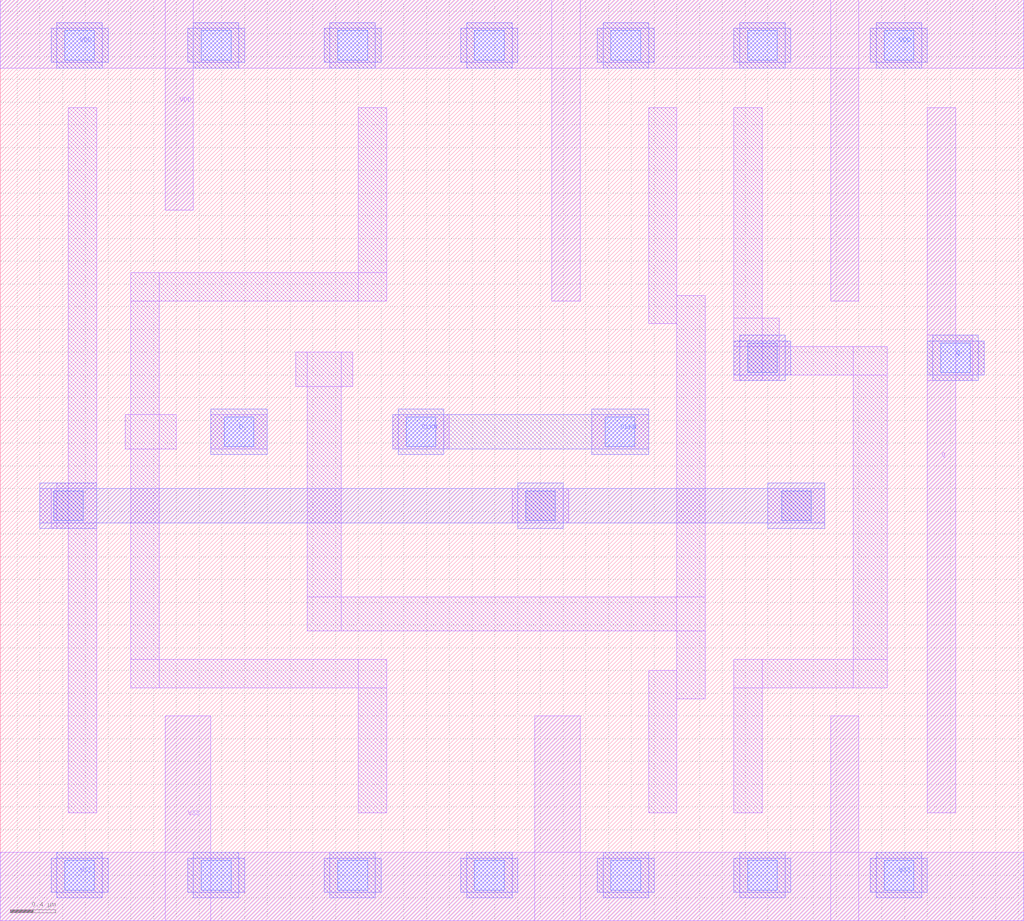
<source format=lef>
VERSION 5.7 ;
BUSBITCHARS "[]" ;
DIVIDERCHAR "/" ;

MACRO gf180mcu_osu_sc_12T_dlatn_1
  CLASS CORE ;
  ORIGIN 7.75 0 ;
  FOREIGN gf180mcu_osu_sc_12T_dlatn_1 -7.75 0 ;
  SIZE 9 BY 8.1 ;
  SYMMETRY X Y ;
  SITE 12T ;
  PIN CLKN
    DIRECTION INPUT ;
    USE CLOCK ;
    PORT
      LAYER MET1 ;
        RECT -2.55 4.15 -2.05 4.45 ;
        RECT -4.3 4.15 -3.8 4.45 ;
      LAYER MET2 ;
        RECT -2.55 4.1 -2.05 4.5 ;
        RECT -4.3 4.15 -2.05 4.45 ;
        RECT -4.25 4.1 -3.85 4.5 ;
      LAYER VIA12 ;
        RECT -4.18 4.17 -3.92 4.43 ;
        RECT -2.43 4.17 -2.17 4.43 ;
    END
  END CLKN
  PIN D
    DIRECTION INPUT ;
    USE SIGNAL ;
    PORT
      LAYER MET1 ;
        RECT -5.9 4.15 -5.4 4.45 ;
      LAYER MET2 ;
        RECT -5.9 4.1 -5.4 4.5 ;
      LAYER VIA12 ;
        RECT -5.78 4.17 -5.52 4.43 ;
    END
  END D
  PIN Q
    DIRECTION OUTPUT ;
    USE SIGNAL ;
    PORT
      LAYER MET1 ;
        RECT 0.4 4.8 0.9 5.1 ;
        RECT 0.4 4.75 0.8 5.15 ;
        RECT 0.4 0.95 0.65 7.15 ;
      LAYER MET2 ;
        RECT 0.4 4.8 0.9 5.1 ;
        RECT 0.45 4.75 0.85 5.15 ;
      LAYER VIA12 ;
        RECT 0.52 4.82 0.78 5.08 ;
    END
  END Q
  PIN VDD
    DIRECTION INOUT ;
    USE POWER ;
    SHAPE ABUTMENT ;
    PORT
      LAYER MET1 ;
        RECT -7.75 7.5 1.25 8.1 ;
        RECT -0.45 5.45 -0.2 8.1 ;
        RECT -2.9 5.45 -2.65 8.1 ;
        RECT -6.3 6.25 -6.05 8.1 ;
      LAYER MET2 ;
        RECT -0.1 7.55 0.4 7.85 ;
        RECT -0.05 7.5 0.35 7.9 ;
        RECT -1.3 7.55 -0.8 7.85 ;
        RECT -1.25 7.5 -0.85 7.9 ;
        RECT -2.5 7.55 -2 7.85 ;
        RECT -2.45 7.5 -2.05 7.9 ;
        RECT -3.7 7.55 -3.2 7.85 ;
        RECT -3.65 7.5 -3.25 7.9 ;
        RECT -4.9 7.55 -4.4 7.85 ;
        RECT -4.85 7.5 -4.45 7.9 ;
        RECT -6.1 7.55 -5.6 7.85 ;
        RECT -6.05 7.5 -5.65 7.9 ;
        RECT -7.3 7.55 -6.8 7.85 ;
        RECT -7.25 7.5 -6.85 7.9 ;
      LAYER VIA12 ;
        RECT -7.18 7.57 -6.92 7.83 ;
        RECT -5.98 7.57 -5.72 7.83 ;
        RECT -4.78 7.57 -4.52 7.83 ;
        RECT -3.58 7.57 -3.32 7.83 ;
        RECT -2.38 7.57 -2.12 7.83 ;
        RECT -1.18 7.57 -0.92 7.83 ;
        RECT 0.02 7.57 0.28 7.83 ;
    END
  END VDD
  PIN VSS
    DIRECTION INOUT ;
    USE GROUND ;
    PORT
      LAYER MET1 ;
        RECT -7.75 0 1.25 0.6 ;
        RECT -0.45 0 -0.2 1.8 ;
        RECT -3.05 0 -2.65 1.8 ;
        RECT -6.3 0 -5.9 1.8 ;
      LAYER MET2 ;
        RECT -0.1 0.25 0.4 0.55 ;
        RECT -0.05 0.2 0.35 0.6 ;
        RECT -1.3 0.25 -0.8 0.55 ;
        RECT -1.25 0.2 -0.85 0.6 ;
        RECT -2.5 0.25 -2 0.55 ;
        RECT -2.45 0.2 -2.05 0.6 ;
        RECT -3.7 0.25 -3.2 0.55 ;
        RECT -3.65 0.2 -3.25 0.6 ;
        RECT -4.9 0.25 -4.4 0.55 ;
        RECT -4.85 0.2 -4.45 0.6 ;
        RECT -6.1 0.25 -5.6 0.55 ;
        RECT -6.05 0.2 -5.65 0.6 ;
        RECT -7.3 0.25 -6.8 0.55 ;
        RECT -7.25 0.2 -6.85 0.6 ;
      LAYER VIA12 ;
        RECT -7.18 0.27 -6.92 0.53 ;
        RECT -5.98 0.27 -5.72 0.53 ;
        RECT -4.78 0.27 -4.52 0.53 ;
        RECT -3.58 0.27 -3.32 0.53 ;
        RECT -2.38 0.27 -2.12 0.53 ;
        RECT -1.18 0.27 -0.92 0.53 ;
        RECT 0.02 0.27 0.28 0.53 ;
    END
  END VSS
  OBS
    LAYER MET2 ;
      RECT -1 3.45 -0.5 3.85 ;
      RECT -3.2 3.45 -2.8 3.85 ;
      RECT -7.4 3.45 -6.9 3.85 ;
      RECT -7.4 3.5 -0.5 3.8 ;
      RECT -1.25 4.75 -0.85 5.15 ;
      RECT -1.3 4.8 -0.8 5.1 ;
    LAYER VIA12 ;
      RECT -0.88 3.52 -0.62 3.78 ;
      RECT -1.18 4.82 -0.92 5.08 ;
      RECT -3.13 3.52 -2.87 3.78 ;
      RECT -7.28 3.52 -7.02 3.78 ;
    LAYER MET1 ;
      RECT -1.3 4.75 -1.05 7.15 ;
      RECT -1.3 4.75 -0.9 5.3 ;
      RECT -1.3 4.8 -0.8 5.1 ;
      RECT -1.3 4.8 0.05 5.05 ;
      RECT -0.25 2.05 0.05 5.05 ;
      RECT -1.3 2.05 0.05 2.3 ;
      RECT -1.3 0.95 -1.05 2.3 ;
      RECT -2.05 5.25 -1.8 7.15 ;
      RECT -1.8 1.95 -1.55 5.5 ;
      RECT -5.15 4.7 -4.65 5 ;
      RECT -5.05 2.55 -4.75 5 ;
      RECT -5.05 2.55 -1.55 2.85 ;
      RECT -2.05 0.95 -1.8 2.2 ;
      RECT -4.6 5.45 -4.35 7.15 ;
      RECT -6.6 5.45 -4.35 5.7 ;
      RECT -6.6 2.05 -6.35 5.7 ;
      RECT -6.65 4.15 -6.2 4.45 ;
      RECT -6.6 2.05 -4.35 2.3 ;
      RECT -4.6 0.95 -4.35 2.3 ;
      RECT -7.15 0.95 -6.9 7.15 ;
      RECT -7.25 3.45 -6.9 3.85 ;
      RECT -7.4 3.5 -6.9 3.8 ;
      RECT -7.3 3.45 -6.9 3.8 ;
      RECT -1 3.5 -0.5 3.8 ;
      RECT -3.25 3.5 -2.75 3.8 ;
  END
END gf180mcu_osu_sc_12T_dlatn_1

</source>
